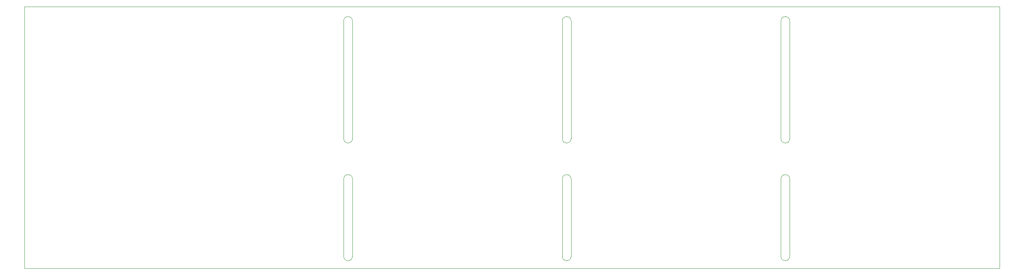
<source format=gm1>
%TF.GenerationSoftware,KiCad,Pcbnew,9.0.0+dfsg-1*%
%TF.CreationDate,2025-03-17T16:09:00+01:00*%
%TF.ProjectId,relays-array-8,72656c61-7973-42d6-9172-7261792d382e,1.0*%
%TF.SameCoordinates,Original*%
%TF.FileFunction,Profile,NP*%
%FSLAX46Y46*%
G04 Gerber Fmt 4.6, Leading zero omitted, Abs format (unit mm)*
G04 Created by KiCad (PCBNEW 9.0.0+dfsg-1) date 2025-03-17 16:09:00*
%MOMM*%
%LPD*%
G01*
G04 APERTURE LIST*
%TA.AperFunction,Profile*%
%ADD10C,0.050000*%
%TD*%
G04 APERTURE END LIST*
D10*
X209000000Y-124000000D02*
X209000000Y-106250000D01*
X159000000Y-124000000D02*
X159000000Y-106250000D01*
X209000000Y-106250000D02*
G75*
G02*
X211000000Y-106250000I1000000J0D01*
G01*
X111000000Y-106250000D02*
X111000000Y-124000000D01*
X109000000Y-124000000D02*
X109000000Y-106250000D01*
X109000000Y-70000000D02*
G75*
G02*
X111000000Y-70000000I1000000J0D01*
G01*
X211000000Y-106250000D02*
X211000000Y-124000000D01*
X211000000Y-70000000D02*
X211000000Y-97000000D01*
X209000000Y-97000000D02*
X209000000Y-70000000D01*
X211000000Y-124000000D02*
G75*
G02*
X209000000Y-124000000I-1000000J0D01*
G01*
X161000000Y-106250000D02*
X161000000Y-124000000D01*
X109000000Y-97000000D02*
X109000000Y-70000000D01*
X159000000Y-97000000D02*
X159000000Y-70000000D01*
X36000000Y-66750000D02*
X259000000Y-66750000D01*
X259000000Y-126750000D01*
X36000000Y-126750000D01*
X36000000Y-66750000D01*
X111000000Y-124000000D02*
G75*
G02*
X109000000Y-124000000I-1000000J0D01*
G01*
X161000000Y-97000000D02*
G75*
G02*
X159000000Y-97000000I-1000000J0D01*
G01*
X161000000Y-70000000D02*
X161000000Y-97000000D01*
X159000000Y-70000000D02*
G75*
G02*
X161000000Y-70000000I1000000J0D01*
G01*
X211000000Y-97000000D02*
G75*
G02*
X209000000Y-97000000I-1000000J0D01*
G01*
X111000000Y-70000000D02*
X111000000Y-97000000D01*
X111000000Y-97000000D02*
G75*
G02*
X109000000Y-97000000I-1000000J0D01*
G01*
X209000000Y-70000000D02*
G75*
G02*
X211000000Y-70000000I1000000J0D01*
G01*
X161000000Y-124000000D02*
G75*
G02*
X159000000Y-124000000I-1000000J0D01*
G01*
X159000000Y-106250000D02*
G75*
G02*
X161000000Y-106250000I1000000J0D01*
G01*
X109000000Y-106250000D02*
G75*
G02*
X111000000Y-106250000I1000000J0D01*
G01*
M02*

</source>
